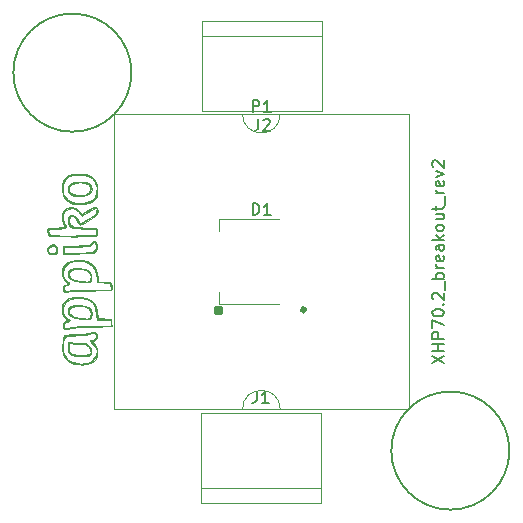
<source format=gto>
G04 #@! TF.GenerationSoftware,KiCad,Pcbnew,5.1.4-e60b266~84~ubuntu18.04.1*
G04 #@! TF.CreationDate,2019-08-23T19:18:19+05:30*
G04 #@! TF.ProjectId,XHP70.2_breakout_rev2,58485037-302e-4325-9f62-7265616b6f75,rev?*
G04 #@! TF.SameCoordinates,Original*
G04 #@! TF.FileFunction,Legend,Top*
G04 #@! TF.FilePolarity,Positive*
%FSLAX46Y46*%
G04 Gerber Fmt 4.6, Leading zero omitted, Abs format (unit mm)*
G04 Created by KiCad (PCBNEW 5.1.4-e60b266~84~ubuntu18.04.1) date 2019-08-23 19:18:19*
%MOMM*%
%LPD*%
G04 APERTURE LIST*
%ADD10C,0.150000*%
%ADD11C,0.010000*%
%ADD12C,0.120000*%
%ADD13C,0.300000*%
%ADD14C,0.400000*%
G04 APERTURE END LIST*
D10*
X44452380Y-38619047D02*
X45452380Y-37952380D01*
X44452380Y-37952380D02*
X45452380Y-38619047D01*
X45452380Y-37571428D02*
X44452380Y-37571428D01*
X44928571Y-37571428D02*
X44928571Y-37000000D01*
X45452380Y-37000000D02*
X44452380Y-37000000D01*
X45452380Y-36523809D02*
X44452380Y-36523809D01*
X44452380Y-36142857D01*
X44500000Y-36047619D01*
X44547619Y-36000000D01*
X44642857Y-35952380D01*
X44785714Y-35952380D01*
X44880952Y-36000000D01*
X44928571Y-36047619D01*
X44976190Y-36142857D01*
X44976190Y-36523809D01*
X44452380Y-35619047D02*
X44452380Y-34952380D01*
X45452380Y-35380952D01*
X44452380Y-34380952D02*
X44452380Y-34285714D01*
X44500000Y-34190476D01*
X44547619Y-34142857D01*
X44642857Y-34095238D01*
X44833333Y-34047619D01*
X45071428Y-34047619D01*
X45261904Y-34095238D01*
X45357142Y-34142857D01*
X45404761Y-34190476D01*
X45452380Y-34285714D01*
X45452380Y-34380952D01*
X45404761Y-34476190D01*
X45357142Y-34523809D01*
X45261904Y-34571428D01*
X45071428Y-34619047D01*
X44833333Y-34619047D01*
X44642857Y-34571428D01*
X44547619Y-34523809D01*
X44500000Y-34476190D01*
X44452380Y-34380952D01*
X45357142Y-33619047D02*
X45404761Y-33571428D01*
X45452380Y-33619047D01*
X45404761Y-33666666D01*
X45357142Y-33619047D01*
X45452380Y-33619047D01*
X44547619Y-33190476D02*
X44500000Y-33142857D01*
X44452380Y-33047619D01*
X44452380Y-32809523D01*
X44500000Y-32714285D01*
X44547619Y-32666666D01*
X44642857Y-32619047D01*
X44738095Y-32619047D01*
X44880952Y-32666666D01*
X45452380Y-33238095D01*
X45452380Y-32619047D01*
X45547619Y-32428571D02*
X45547619Y-31666666D01*
X45452380Y-31428571D02*
X44452380Y-31428571D01*
X44833333Y-31428571D02*
X44785714Y-31333333D01*
X44785714Y-31142857D01*
X44833333Y-31047619D01*
X44880952Y-31000000D01*
X44976190Y-30952380D01*
X45261904Y-30952380D01*
X45357142Y-31000000D01*
X45404761Y-31047619D01*
X45452380Y-31142857D01*
X45452380Y-31333333D01*
X45404761Y-31428571D01*
X45452380Y-30523809D02*
X44785714Y-30523809D01*
X44976190Y-30523809D02*
X44880952Y-30476190D01*
X44833333Y-30428571D01*
X44785714Y-30333333D01*
X44785714Y-30238095D01*
X45404761Y-29523809D02*
X45452380Y-29619047D01*
X45452380Y-29809523D01*
X45404761Y-29904761D01*
X45309523Y-29952380D01*
X44928571Y-29952380D01*
X44833333Y-29904761D01*
X44785714Y-29809523D01*
X44785714Y-29619047D01*
X44833333Y-29523809D01*
X44928571Y-29476190D01*
X45023809Y-29476190D01*
X45119047Y-29952380D01*
X45452380Y-28619047D02*
X44928571Y-28619047D01*
X44833333Y-28666666D01*
X44785714Y-28761904D01*
X44785714Y-28952380D01*
X44833333Y-29047619D01*
X45404761Y-28619047D02*
X45452380Y-28714285D01*
X45452380Y-28952380D01*
X45404761Y-29047619D01*
X45309523Y-29095238D01*
X45214285Y-29095238D01*
X45119047Y-29047619D01*
X45071428Y-28952380D01*
X45071428Y-28714285D01*
X45023809Y-28619047D01*
X45452380Y-28142857D02*
X44452380Y-28142857D01*
X45071428Y-28047619D02*
X45452380Y-27761904D01*
X44785714Y-27761904D02*
X45166666Y-28142857D01*
X45452380Y-27190476D02*
X45404761Y-27285714D01*
X45357142Y-27333333D01*
X45261904Y-27380952D01*
X44976190Y-27380952D01*
X44880952Y-27333333D01*
X44833333Y-27285714D01*
X44785714Y-27190476D01*
X44785714Y-27047619D01*
X44833333Y-26952380D01*
X44880952Y-26904761D01*
X44976190Y-26857142D01*
X45261904Y-26857142D01*
X45357142Y-26904761D01*
X45404761Y-26952380D01*
X45452380Y-27047619D01*
X45452380Y-27190476D01*
X44785714Y-26000000D02*
X45452380Y-26000000D01*
X44785714Y-26428571D02*
X45309523Y-26428571D01*
X45404761Y-26380952D01*
X45452380Y-26285714D01*
X45452380Y-26142857D01*
X45404761Y-26047619D01*
X45357142Y-26000000D01*
X44785714Y-25666666D02*
X44785714Y-25285714D01*
X44452380Y-25523809D02*
X45309523Y-25523809D01*
X45404761Y-25476190D01*
X45452380Y-25380952D01*
X45452380Y-25285714D01*
X45547619Y-25190476D02*
X45547619Y-24428571D01*
X45452380Y-24190476D02*
X44785714Y-24190476D01*
X44976190Y-24190476D02*
X44880952Y-24142857D01*
X44833333Y-24095238D01*
X44785714Y-24000000D01*
X44785714Y-23904761D01*
X45404761Y-23190476D02*
X45452380Y-23285714D01*
X45452380Y-23476190D01*
X45404761Y-23571428D01*
X45309523Y-23619047D01*
X44928571Y-23619047D01*
X44833333Y-23571428D01*
X44785714Y-23476190D01*
X44785714Y-23285714D01*
X44833333Y-23190476D01*
X44928571Y-23142857D01*
X45023809Y-23142857D01*
X45119047Y-23619047D01*
X44785714Y-22809523D02*
X45452380Y-22571428D01*
X44785714Y-22333333D01*
X44547619Y-22000000D02*
X44500000Y-21952380D01*
X44452380Y-21857142D01*
X44452380Y-21619047D01*
X44500000Y-21523809D01*
X44547619Y-21476190D01*
X44642857Y-21428571D01*
X44738095Y-21428571D01*
X44880952Y-21476190D01*
X45452380Y-22047619D01*
X45452380Y-21428571D01*
D11*
G36*
X13658463Y-23560086D02*
G01*
X13852763Y-23357113D01*
X14181929Y-23245494D01*
X14650323Y-23223211D01*
X14921177Y-23243168D01*
X15274849Y-23300167D01*
X15490187Y-23398223D01*
X15597392Y-23561960D01*
X15626665Y-23816004D01*
X15626666Y-23818416D01*
X15597706Y-24067738D01*
X15487341Y-24228688D01*
X15403257Y-24291147D01*
X15159845Y-24389524D01*
X14797548Y-24433722D01*
X14734842Y-24434999D01*
X14734842Y-24361538D01*
X15068279Y-24319734D01*
X15319898Y-24229573D01*
X15372013Y-24191592D01*
X15511168Y-23970440D01*
X15520994Y-23720016D01*
X15407981Y-23500629D01*
X15288000Y-23411013D01*
X14993662Y-23321563D01*
X14640937Y-23298040D01*
X14283199Y-23334262D01*
X13973820Y-23424047D01*
X13766173Y-23561213D01*
X13744129Y-23589842D01*
X13681894Y-23820062D01*
X13750836Y-24066466D01*
X13853428Y-24195310D01*
X14066437Y-24299475D01*
X14380568Y-24354835D01*
X14734842Y-24361538D01*
X14734842Y-24434999D01*
X14610666Y-24437530D01*
X14152512Y-24406617D01*
X13839505Y-24308740D01*
X13658167Y-24136188D01*
X13595016Y-23881251D01*
X13594666Y-23856430D01*
X13658463Y-23560086D01*
X13658463Y-23560086D01*
G37*
X13658463Y-23560086D02*
X13852763Y-23357113D01*
X14181929Y-23245494D01*
X14650323Y-23223211D01*
X14921177Y-23243168D01*
X15274849Y-23300167D01*
X15490187Y-23398223D01*
X15597392Y-23561960D01*
X15626665Y-23816004D01*
X15626666Y-23818416D01*
X15597706Y-24067738D01*
X15487341Y-24228688D01*
X15403257Y-24291147D01*
X15159845Y-24389524D01*
X14797548Y-24433722D01*
X14734842Y-24434999D01*
X14734842Y-24361538D01*
X15068279Y-24319734D01*
X15319898Y-24229573D01*
X15372013Y-24191592D01*
X15511168Y-23970440D01*
X15520994Y-23720016D01*
X15407981Y-23500629D01*
X15288000Y-23411013D01*
X14993662Y-23321563D01*
X14640937Y-23298040D01*
X14283199Y-23334262D01*
X13973820Y-23424047D01*
X13766173Y-23561213D01*
X13744129Y-23589842D01*
X13681894Y-23820062D01*
X13750836Y-24066466D01*
X13853428Y-24195310D01*
X14066437Y-24299475D01*
X14380568Y-24354835D01*
X14734842Y-24361538D01*
X14734842Y-24434999D01*
X14610666Y-24437530D01*
X14152512Y-24406617D01*
X13839505Y-24308740D01*
X13658167Y-24136188D01*
X13595016Y-23881251D01*
X13594666Y-23856430D01*
X13658463Y-23560086D01*
G36*
X15499666Y-36594667D02*
G01*
X15542000Y-36637000D01*
X15499666Y-36679334D01*
X15457333Y-36637000D01*
X15499666Y-36594667D01*
X15499666Y-36594667D01*
G37*
X15499666Y-36594667D02*
X15542000Y-36637000D01*
X15499666Y-36679334D01*
X15457333Y-36637000D01*
X15499666Y-36594667D01*
G36*
X14350601Y-36861410D02*
G01*
X14751466Y-36885343D01*
X15026898Y-36925785D01*
X15220634Y-36991848D01*
X15345434Y-37068705D01*
X15533283Y-37281655D01*
X15613810Y-37530276D01*
X15577293Y-37760933D01*
X15491027Y-37871879D01*
X15303570Y-37948452D01*
X15005368Y-37989769D01*
X14651085Y-37996827D01*
X14648876Y-37996665D01*
X14648876Y-37907000D01*
X15090250Y-37875807D01*
X15387726Y-37785977D01*
X15536079Y-37643132D01*
X15530084Y-37452896D01*
X15364515Y-37220893D01*
X15323562Y-37180926D01*
X15190314Y-37076285D01*
X15032203Y-37010410D01*
X14803410Y-36971733D01*
X14458115Y-36948687D01*
X14392229Y-36945812D01*
X13679333Y-36915957D01*
X13679333Y-37250190D01*
X13715288Y-37541785D01*
X13837970Y-37737607D01*
X14069603Y-37852713D01*
X14432413Y-37902159D01*
X14648876Y-37907000D01*
X14648876Y-37996665D01*
X14295386Y-37970618D01*
X13992933Y-37912138D01*
X13824132Y-37841549D01*
X13684334Y-37726779D01*
X13616137Y-37581971D01*
X13595311Y-37345890D01*
X13594666Y-37261625D01*
X13594666Y-36831819D01*
X14350601Y-36861410D01*
X14350601Y-36861410D01*
G37*
X14350601Y-36861410D02*
X14751466Y-36885343D01*
X15026898Y-36925785D01*
X15220634Y-36991848D01*
X15345434Y-37068705D01*
X15533283Y-37281655D01*
X15613810Y-37530276D01*
X15577293Y-37760933D01*
X15491027Y-37871879D01*
X15303570Y-37948452D01*
X15005368Y-37989769D01*
X14651085Y-37996827D01*
X14648876Y-37996665D01*
X14648876Y-37907000D01*
X15090250Y-37875807D01*
X15387726Y-37785977D01*
X15536079Y-37643132D01*
X15530084Y-37452896D01*
X15364515Y-37220893D01*
X15323562Y-37180926D01*
X15190314Y-37076285D01*
X15032203Y-37010410D01*
X14803410Y-36971733D01*
X14458115Y-36948687D01*
X14392229Y-36945812D01*
X13679333Y-36915957D01*
X13679333Y-37250190D01*
X13715288Y-37541785D01*
X13837970Y-37737607D01*
X14069603Y-37852713D01*
X14432413Y-37902159D01*
X14648876Y-37907000D01*
X14648876Y-37996665D01*
X14295386Y-37970618D01*
X13992933Y-37912138D01*
X13824132Y-37841549D01*
X13684334Y-37726779D01*
X13616137Y-37581971D01*
X13595311Y-37345890D01*
X13594666Y-37261625D01*
X13594666Y-36831819D01*
X14350601Y-36861410D01*
G36*
X13623056Y-30853795D02*
G01*
X13718209Y-30704012D01*
X13919772Y-30613331D01*
X14251006Y-30568726D01*
X14534753Y-30558450D01*
X14986984Y-30581752D01*
X15300606Y-30677153D01*
X15495997Y-30858471D01*
X15593535Y-31139526D01*
X15610026Y-31287604D01*
X15617054Y-31529309D01*
X15581119Y-31654766D01*
X15479230Y-31715878D01*
X15411998Y-31734653D01*
X15210205Y-31754044D01*
X15210205Y-31685091D01*
X15409306Y-31655567D01*
X15520795Y-31533616D01*
X15546307Y-31324834D01*
X15491354Y-31084883D01*
X15361450Y-30869423D01*
X15328048Y-30835187D01*
X15189431Y-30726574D01*
X15030682Y-30667000D01*
X14798943Y-30643908D01*
X14520573Y-30643336D01*
X14188865Y-30663218D01*
X13928945Y-30706593D01*
X13798910Y-30758827D01*
X13693344Y-30939587D01*
X13722626Y-31156937D01*
X13873691Y-31365029D01*
X13997309Y-31455099D01*
X14233179Y-31548817D01*
X14555742Y-31624322D01*
X14902313Y-31672713D01*
X15210205Y-31685091D01*
X15210205Y-31754044D01*
X15102126Y-31764431D01*
X14710408Y-31737653D01*
X14310796Y-31664094D01*
X13977246Y-31553528D01*
X13952215Y-31541715D01*
X13740879Y-31414318D01*
X13642550Y-31264703D01*
X13611052Y-31075705D01*
X13623056Y-30853795D01*
X13623056Y-30853795D01*
G37*
X13623056Y-30853795D02*
X13718209Y-30704012D01*
X13919772Y-30613331D01*
X14251006Y-30568726D01*
X14534753Y-30558450D01*
X14986984Y-30581752D01*
X15300606Y-30677153D01*
X15495997Y-30858471D01*
X15593535Y-31139526D01*
X15610026Y-31287604D01*
X15617054Y-31529309D01*
X15581119Y-31654766D01*
X15479230Y-31715878D01*
X15411998Y-31734653D01*
X15210205Y-31754044D01*
X15210205Y-31685091D01*
X15409306Y-31655567D01*
X15520795Y-31533616D01*
X15546307Y-31324834D01*
X15491354Y-31084883D01*
X15361450Y-30869423D01*
X15328048Y-30835187D01*
X15189431Y-30726574D01*
X15030682Y-30667000D01*
X14798943Y-30643908D01*
X14520573Y-30643336D01*
X14188865Y-30663218D01*
X13928945Y-30706593D01*
X13798910Y-30758827D01*
X13693344Y-30939587D01*
X13722626Y-31156937D01*
X13873691Y-31365029D01*
X13997309Y-31455099D01*
X14233179Y-31548817D01*
X14555742Y-31624322D01*
X14902313Y-31672713D01*
X15210205Y-31685091D01*
X15210205Y-31754044D01*
X15102126Y-31764431D01*
X14710408Y-31737653D01*
X14310796Y-31664094D01*
X13977246Y-31553528D01*
X13952215Y-31541715D01*
X13740879Y-31414318D01*
X13642550Y-31264703D01*
X13611052Y-31075705D01*
X13623056Y-30853795D01*
G36*
X13617084Y-33992282D02*
G01*
X13698254Y-33849011D01*
X13884192Y-33754848D01*
X14204529Y-33686082D01*
X14278019Y-33674681D01*
X14649421Y-33661349D01*
X15024137Y-33717102D01*
X15339884Y-33828576D01*
X15495856Y-33935952D01*
X15586849Y-34119289D01*
X15626207Y-34403845D01*
X15626666Y-34440102D01*
X15614709Y-34677928D01*
X15560668Y-34800330D01*
X15437289Y-34860569D01*
X15407471Y-34868456D01*
X15210246Y-34887193D01*
X15210246Y-34817768D01*
X15409306Y-34788234D01*
X15513887Y-34668367D01*
X15544904Y-34459060D01*
X15505703Y-34221733D01*
X15399631Y-34017804D01*
X15365340Y-33981347D01*
X15156292Y-33849801D01*
X14899067Y-33762440D01*
X14895670Y-33761795D01*
X14599095Y-33737946D01*
X14276782Y-33759543D01*
X13987823Y-33817719D01*
X13791310Y-33903603D01*
X13760228Y-33932211D01*
X13685842Y-34137165D01*
X13754490Y-34360003D01*
X13950901Y-34558507D01*
X13997309Y-34587619D01*
X14233164Y-34681406D01*
X14555736Y-34756966D01*
X14902328Y-34805389D01*
X15210246Y-34817768D01*
X15210246Y-34887193D01*
X15101595Y-34897516D01*
X14713186Y-34870718D01*
X14315795Y-34797870D01*
X13982971Y-34688781D01*
X13952215Y-34674382D01*
X13740879Y-34546985D01*
X13642550Y-34397370D01*
X13611052Y-34208371D01*
X13617084Y-33992282D01*
X13617084Y-33992282D01*
G37*
X13617084Y-33992282D02*
X13698254Y-33849011D01*
X13884192Y-33754848D01*
X14204529Y-33686082D01*
X14278019Y-33674681D01*
X14649421Y-33661349D01*
X15024137Y-33717102D01*
X15339884Y-33828576D01*
X15495856Y-33935952D01*
X15586849Y-34119289D01*
X15626207Y-34403845D01*
X15626666Y-34440102D01*
X15614709Y-34677928D01*
X15560668Y-34800330D01*
X15437289Y-34860569D01*
X15407471Y-34868456D01*
X15210246Y-34887193D01*
X15210246Y-34817768D01*
X15409306Y-34788234D01*
X15513887Y-34668367D01*
X15544904Y-34459060D01*
X15505703Y-34221733D01*
X15399631Y-34017804D01*
X15365340Y-33981347D01*
X15156292Y-33849801D01*
X14899067Y-33762440D01*
X14895670Y-33761795D01*
X14599095Y-33737946D01*
X14276782Y-33759543D01*
X13987823Y-33817719D01*
X13791310Y-33903603D01*
X13760228Y-33932211D01*
X13685842Y-34137165D01*
X13754490Y-34360003D01*
X13950901Y-34558507D01*
X13997309Y-34587619D01*
X14233164Y-34681406D01*
X14555736Y-34756966D01*
X14902328Y-34805389D01*
X15210246Y-34817768D01*
X15210246Y-34887193D01*
X15101595Y-34897516D01*
X14713186Y-34870718D01*
X14315795Y-34797870D01*
X13982971Y-34688781D01*
X13952215Y-34674382D01*
X13740879Y-34546985D01*
X13642550Y-34397370D01*
X13611052Y-34208371D01*
X13617084Y-33992282D01*
G36*
X11942142Y-28726448D02*
G01*
X12118140Y-28574103D01*
X12354459Y-28542253D01*
X12550787Y-28616978D01*
X12661064Y-28770765D01*
X12707644Y-28999456D01*
X12675667Y-29215820D01*
X12658598Y-29249834D01*
X12507120Y-29360102D01*
X12289455Y-29393345D01*
X12289455Y-29289827D01*
X12491151Y-29257497D01*
X12537432Y-29227755D01*
X12647992Y-29090909D01*
X12635250Y-28927498D01*
X12575687Y-28799768D01*
X12429488Y-28662832D01*
X12243329Y-28645516D01*
X12067228Y-28723991D01*
X11951205Y-28874427D01*
X11945280Y-29072998D01*
X11953309Y-29096265D01*
X12082632Y-29229883D01*
X12289455Y-29289827D01*
X12289455Y-29393345D01*
X12277018Y-29395245D01*
X12045148Y-29347219D01*
X11993055Y-29319486D01*
X11908676Y-29187829D01*
X11873115Y-28976921D01*
X11873111Y-28974667D01*
X11942142Y-28726448D01*
X11942142Y-28726448D01*
G37*
X11942142Y-28726448D02*
X12118140Y-28574103D01*
X12354459Y-28542253D01*
X12550787Y-28616978D01*
X12661064Y-28770765D01*
X12707644Y-28999456D01*
X12675667Y-29215820D01*
X12658598Y-29249834D01*
X12507120Y-29360102D01*
X12289455Y-29393345D01*
X12289455Y-29289827D01*
X12491151Y-29257497D01*
X12537432Y-29227755D01*
X12647992Y-29090909D01*
X12635250Y-28927498D01*
X12575687Y-28799768D01*
X12429488Y-28662832D01*
X12243329Y-28645516D01*
X12067228Y-28723991D01*
X11951205Y-28874427D01*
X11945280Y-29072998D01*
X11953309Y-29096265D01*
X12082632Y-29229883D01*
X12289455Y-29289827D01*
X12289455Y-29393345D01*
X12277018Y-29395245D01*
X12045148Y-29347219D01*
X11993055Y-29319486D01*
X11908676Y-29187829D01*
X11873115Y-28976921D01*
X11873111Y-28974667D01*
X11942142Y-28726448D01*
G36*
X13132087Y-23390214D02*
G01*
X13272309Y-23022458D01*
X13534729Y-22763150D01*
X13926219Y-22606121D01*
X14453651Y-22545199D01*
X14586780Y-22544067D01*
X15143920Y-22597593D01*
X15568687Y-22753056D01*
X15867985Y-23016081D01*
X16048714Y-23392291D01*
X16113180Y-23787696D01*
X16113141Y-24153459D01*
X16048197Y-24432187D01*
X15982087Y-24572000D01*
X15746204Y-24837057D01*
X15399741Y-25022077D01*
X14981828Y-25126144D01*
X14836863Y-25133290D01*
X14836863Y-25064627D01*
X15259482Y-24981773D01*
X15621745Y-24804154D01*
X15875900Y-24542977D01*
X16016791Y-24182592D01*
X16041553Y-23769403D01*
X15949901Y-23374108D01*
X15881124Y-23237727D01*
X15624090Y-22924268D01*
X15293046Y-22728453D01*
X14858684Y-22636424D01*
X14585295Y-22624984D01*
X14105782Y-22658185D01*
X13747441Y-22768149D01*
X13473922Y-22969509D01*
X13347341Y-23123293D01*
X13207985Y-23447114D01*
X13170919Y-23839054D01*
X13236373Y-24232113D01*
X13342732Y-24471090D01*
X13606823Y-24755947D01*
X13970538Y-24950579D01*
X14393883Y-25053851D01*
X14836863Y-25064627D01*
X14836863Y-25133290D01*
X14531599Y-25148340D01*
X14088184Y-25087748D01*
X13690715Y-24943452D01*
X13378325Y-24714534D01*
X13311013Y-24634589D01*
X13181410Y-24364682D01*
X13114168Y-23972814D01*
X13107191Y-23872589D01*
X13132087Y-23390214D01*
X13132087Y-23390214D01*
G37*
X13132087Y-23390214D02*
X13272309Y-23022458D01*
X13534729Y-22763150D01*
X13926219Y-22606121D01*
X14453651Y-22545199D01*
X14586780Y-22544067D01*
X15143920Y-22597593D01*
X15568687Y-22753056D01*
X15867985Y-23016081D01*
X16048714Y-23392291D01*
X16113180Y-23787696D01*
X16113141Y-24153459D01*
X16048197Y-24432187D01*
X15982087Y-24572000D01*
X15746204Y-24837057D01*
X15399741Y-25022077D01*
X14981828Y-25126144D01*
X14836863Y-25133290D01*
X14836863Y-25064627D01*
X15259482Y-24981773D01*
X15621745Y-24804154D01*
X15875900Y-24542977D01*
X16016791Y-24182592D01*
X16041553Y-23769403D01*
X15949901Y-23374108D01*
X15881124Y-23237727D01*
X15624090Y-22924268D01*
X15293046Y-22728453D01*
X14858684Y-22636424D01*
X14585295Y-22624984D01*
X14105782Y-22658185D01*
X13747441Y-22768149D01*
X13473922Y-22969509D01*
X13347341Y-23123293D01*
X13207985Y-23447114D01*
X13170919Y-23839054D01*
X13236373Y-24232113D01*
X13342732Y-24471090D01*
X13606823Y-24755947D01*
X13970538Y-24950579D01*
X14393883Y-25053851D01*
X14836863Y-25064627D01*
X14836863Y-25133290D01*
X14531599Y-25148340D01*
X14088184Y-25087748D01*
X13690715Y-24943452D01*
X13378325Y-24714534D01*
X13311013Y-24634589D01*
X13181410Y-24364682D01*
X13114168Y-23972814D01*
X13107191Y-23872589D01*
X13132087Y-23390214D01*
G36*
X11891961Y-27217834D02*
G01*
X11953894Y-27162944D01*
X12140048Y-27129013D01*
X12468542Y-27113573D01*
X12669380Y-27112000D01*
X13028763Y-27109347D01*
X13244376Y-27097930D01*
X13341746Y-27072560D01*
X13346397Y-27028051D01*
X13307706Y-26982279D01*
X13180091Y-26759320D01*
X13109324Y-26437794D01*
X13107148Y-26082349D01*
X13123534Y-25968360D01*
X13257072Y-25665713D01*
X13514254Y-25468810D01*
X13877784Y-25389531D01*
X13967030Y-25388965D01*
X14216060Y-25421987D01*
X14407949Y-25531775D01*
X14569601Y-25698207D01*
X14829145Y-25998455D01*
X15361776Y-25659806D01*
X15635318Y-25501362D01*
X15864659Y-25396383D01*
X16005113Y-25364896D01*
X16014537Y-25367255D01*
X16103915Y-25480809D01*
X16131033Y-25683266D01*
X16094415Y-25905481D01*
X16028833Y-26037445D01*
X15904301Y-26149695D01*
X15680265Y-26306731D01*
X15401349Y-26482041D01*
X15112183Y-26649114D01*
X14857391Y-26781439D01*
X14681602Y-26852504D01*
X14647583Y-26858000D01*
X14539288Y-26788378D01*
X14420647Y-26617286D01*
X14402997Y-26582049D01*
X14233584Y-26317575D01*
X14044063Y-26166885D01*
X13864315Y-26149588D01*
X13799698Y-26186173D01*
X13688498Y-26375950D01*
X13696069Y-26617298D01*
X13814146Y-26849831D01*
X13902418Y-26936522D01*
X14020828Y-27014495D01*
X14163418Y-27065553D01*
X14366900Y-27095171D01*
X14667985Y-27108826D01*
X15078692Y-27112000D01*
X15504929Y-27115744D01*
X15790572Y-27129517D01*
X15964248Y-27157138D01*
X16054583Y-27202421D01*
X16083274Y-27245925D01*
X16124982Y-27546775D01*
X16078593Y-27768167D01*
X16022134Y-27803997D01*
X15874817Y-27831369D01*
X15620907Y-27851104D01*
X15244669Y-27864023D01*
X14730367Y-27870947D01*
X14074444Y-27872704D01*
X13610324Y-27870266D01*
X13610324Y-27789345D01*
X14001231Y-27789334D01*
X14557747Y-27786801D01*
X15056986Y-27779701D01*
X15474249Y-27768780D01*
X15784836Y-27754785D01*
X15964048Y-27738462D01*
X15997442Y-27729002D01*
X16034526Y-27607075D01*
X16032720Y-27453836D01*
X16017286Y-27363605D01*
X15976744Y-27301692D01*
X15882392Y-27261090D01*
X15705528Y-27234793D01*
X15417453Y-27215795D01*
X14989464Y-27197091D01*
X14979173Y-27196667D01*
X14460113Y-27166602D01*
X14087157Y-27118140D01*
X13837221Y-27039819D01*
X13687218Y-26920176D01*
X13614062Y-26747746D01*
X13594667Y-26511066D01*
X13594666Y-26509190D01*
X13651063Y-26241647D01*
X13795253Y-26088831D01*
X13989730Y-26051566D01*
X14196991Y-26130672D01*
X14379533Y-26326973D01*
X14457664Y-26490282D01*
X14540829Y-26677451D01*
X14612698Y-26770918D01*
X14621607Y-26773334D01*
X14725387Y-26732087D01*
X14928859Y-26625170D01*
X15188851Y-26477816D01*
X15462189Y-26315257D01*
X15705701Y-26162729D01*
X15876214Y-26045463D01*
X15901833Y-26025072D01*
X15983462Y-25898243D01*
X16039187Y-25713568D01*
X16058013Y-25535309D01*
X16028944Y-25427730D01*
X16005591Y-25418667D01*
X15917640Y-25460719D01*
X15725960Y-25571836D01*
X15469226Y-25729460D01*
X15424942Y-25757334D01*
X15155550Y-25921071D01*
X14938434Y-26041295D01*
X14815369Y-26095078D01*
X14807939Y-26096000D01*
X14709582Y-26033849D01*
X14568696Y-25880160D01*
X14536241Y-25837745D01*
X14261820Y-25568950D01*
X13960537Y-25460980D01*
X13660393Y-25511179D01*
X13373005Y-25711282D01*
X13208000Y-26002428D01*
X13173540Y-26350656D01*
X13277782Y-26722001D01*
X13341284Y-26839375D01*
X13426075Y-26990130D01*
X13445969Y-27090385D01*
X13378374Y-27151960D01*
X13200701Y-27186670D01*
X12890359Y-27206333D01*
X12621000Y-27216164D01*
X12284601Y-27230949D01*
X12084852Y-27253697D01*
X11989079Y-27294036D01*
X11964605Y-27361596D01*
X11968855Y-27408334D01*
X11988046Y-27529274D01*
X12018828Y-27621477D01*
X12081976Y-27688840D01*
X12198264Y-27735256D01*
X12388469Y-27764620D01*
X12673363Y-27780826D01*
X13073724Y-27787770D01*
X13610324Y-27789345D01*
X13610324Y-27870266D01*
X13511499Y-27869746D01*
X13003251Y-27862159D01*
X12574829Y-27850718D01*
X12251363Y-27836197D01*
X12057985Y-27819373D01*
X12015835Y-27809204D01*
X11934420Y-27674803D01*
X11890780Y-27437177D01*
X11891961Y-27217834D01*
X11891961Y-27217834D01*
G37*
X11891961Y-27217834D02*
X11953894Y-27162944D01*
X12140048Y-27129013D01*
X12468542Y-27113573D01*
X12669380Y-27112000D01*
X13028763Y-27109347D01*
X13244376Y-27097930D01*
X13341746Y-27072560D01*
X13346397Y-27028051D01*
X13307706Y-26982279D01*
X13180091Y-26759320D01*
X13109324Y-26437794D01*
X13107148Y-26082349D01*
X13123534Y-25968360D01*
X13257072Y-25665713D01*
X13514254Y-25468810D01*
X13877784Y-25389531D01*
X13967030Y-25388965D01*
X14216060Y-25421987D01*
X14407949Y-25531775D01*
X14569601Y-25698207D01*
X14829145Y-25998455D01*
X15361776Y-25659806D01*
X15635318Y-25501362D01*
X15864659Y-25396383D01*
X16005113Y-25364896D01*
X16014537Y-25367255D01*
X16103915Y-25480809D01*
X16131033Y-25683266D01*
X16094415Y-25905481D01*
X16028833Y-26037445D01*
X15904301Y-26149695D01*
X15680265Y-26306731D01*
X15401349Y-26482041D01*
X15112183Y-26649114D01*
X14857391Y-26781439D01*
X14681602Y-26852504D01*
X14647583Y-26858000D01*
X14539288Y-26788378D01*
X14420647Y-26617286D01*
X14402997Y-26582049D01*
X14233584Y-26317575D01*
X14044063Y-26166885D01*
X13864315Y-26149588D01*
X13799698Y-26186173D01*
X13688498Y-26375950D01*
X13696069Y-26617298D01*
X13814146Y-26849831D01*
X13902418Y-26936522D01*
X14020828Y-27014495D01*
X14163418Y-27065553D01*
X14366900Y-27095171D01*
X14667985Y-27108826D01*
X15078692Y-27112000D01*
X15504929Y-27115744D01*
X15790572Y-27129517D01*
X15964248Y-27157138D01*
X16054583Y-27202421D01*
X16083274Y-27245925D01*
X16124982Y-27546775D01*
X16078593Y-27768167D01*
X16022134Y-27803997D01*
X15874817Y-27831369D01*
X15620907Y-27851104D01*
X15244669Y-27864023D01*
X14730367Y-27870947D01*
X14074444Y-27872704D01*
X13610324Y-27870266D01*
X13610324Y-27789345D01*
X14001231Y-27789334D01*
X14557747Y-27786801D01*
X15056986Y-27779701D01*
X15474249Y-27768780D01*
X15784836Y-27754785D01*
X15964048Y-27738462D01*
X15997442Y-27729002D01*
X16034526Y-27607075D01*
X16032720Y-27453836D01*
X16017286Y-27363605D01*
X15976744Y-27301692D01*
X15882392Y-27261090D01*
X15705528Y-27234793D01*
X15417453Y-27215795D01*
X14989464Y-27197091D01*
X14979173Y-27196667D01*
X14460113Y-27166602D01*
X14087157Y-27118140D01*
X13837221Y-27039819D01*
X13687218Y-26920176D01*
X13614062Y-26747746D01*
X13594667Y-26511066D01*
X13594666Y-26509190D01*
X13651063Y-26241647D01*
X13795253Y-26088831D01*
X13989730Y-26051566D01*
X14196991Y-26130672D01*
X14379533Y-26326973D01*
X14457664Y-26490282D01*
X14540829Y-26677451D01*
X14612698Y-26770918D01*
X14621607Y-26773334D01*
X14725387Y-26732087D01*
X14928859Y-26625170D01*
X15188851Y-26477816D01*
X15462189Y-26315257D01*
X15705701Y-26162729D01*
X15876214Y-26045463D01*
X15901833Y-26025072D01*
X15983462Y-25898243D01*
X16039187Y-25713568D01*
X16058013Y-25535309D01*
X16028944Y-25427730D01*
X16005591Y-25418667D01*
X15917640Y-25460719D01*
X15725960Y-25571836D01*
X15469226Y-25729460D01*
X15424942Y-25757334D01*
X15155550Y-25921071D01*
X14938434Y-26041295D01*
X14815369Y-26095078D01*
X14807939Y-26096000D01*
X14709582Y-26033849D01*
X14568696Y-25880160D01*
X14536241Y-25837745D01*
X14261820Y-25568950D01*
X13960537Y-25460980D01*
X13660393Y-25511179D01*
X13373005Y-25711282D01*
X13208000Y-26002428D01*
X13173540Y-26350656D01*
X13277782Y-26722001D01*
X13341284Y-26839375D01*
X13426075Y-26990130D01*
X13445969Y-27090385D01*
X13378374Y-27151960D01*
X13200701Y-27186670D01*
X12890359Y-27206333D01*
X12621000Y-27216164D01*
X12284601Y-27230949D01*
X12084852Y-27253697D01*
X11989079Y-27294036D01*
X11964605Y-27361596D01*
X11968855Y-27408334D01*
X11988046Y-27529274D01*
X12018828Y-27621477D01*
X12081976Y-27688840D01*
X12198264Y-27735256D01*
X12388469Y-27764620D01*
X12673363Y-27780826D01*
X13073724Y-27787770D01*
X13610324Y-27789345D01*
X13610324Y-27870266D01*
X13511499Y-27869746D01*
X13003251Y-27862159D01*
X12574829Y-27850718D01*
X12251363Y-27836197D01*
X12057985Y-27819373D01*
X12015835Y-27809204D01*
X11934420Y-27674803D01*
X11890780Y-27437177D01*
X11891961Y-27217834D01*
G36*
X14322259Y-28636000D02*
G01*
X14785675Y-28634283D01*
X15107064Y-28626667D01*
X15313718Y-28609458D01*
X15432929Y-28578963D01*
X15491990Y-28531486D01*
X15515420Y-28474495D01*
X15628961Y-28316174D01*
X15813746Y-28266436D01*
X15998227Y-28342849D01*
X16009156Y-28353252D01*
X16118665Y-28572908D01*
X16103090Y-28849586D01*
X16033494Y-29017000D01*
X15917891Y-29179600D01*
X15845569Y-29248537D01*
X15732526Y-29270260D01*
X15482002Y-29288851D01*
X15125838Y-29302849D01*
X14695878Y-29310793D01*
X14462500Y-29312037D01*
X13256000Y-29313248D01*
X13256000Y-29228667D01*
X14480368Y-29228667D01*
X14962157Y-29227126D01*
X15304184Y-29219889D01*
X15536008Y-29203034D01*
X15687190Y-29172641D01*
X15787292Y-29124789D01*
X15865874Y-29055556D01*
X15877368Y-29043369D01*
X16018985Y-28807708D01*
X16038933Y-28568606D01*
X15955016Y-28405550D01*
X15811157Y-28347602D01*
X15675378Y-28398724D01*
X15626666Y-28509000D01*
X15602742Y-28590642D01*
X15515698Y-28648809D01*
X15342625Y-28687179D01*
X15060615Y-28709427D01*
X14646759Y-28719229D01*
X14307408Y-28720667D01*
X13256000Y-28720667D01*
X13256000Y-29228667D01*
X13256000Y-29313248D01*
X13171333Y-29313334D01*
X13171333Y-28636000D01*
X14322259Y-28636000D01*
X14322259Y-28636000D01*
G37*
X14322259Y-28636000D02*
X14785675Y-28634283D01*
X15107064Y-28626667D01*
X15313718Y-28609458D01*
X15432929Y-28578963D01*
X15491990Y-28531486D01*
X15515420Y-28474495D01*
X15628961Y-28316174D01*
X15813746Y-28266436D01*
X15998227Y-28342849D01*
X16009156Y-28353252D01*
X16118665Y-28572908D01*
X16103090Y-28849586D01*
X16033494Y-29017000D01*
X15917891Y-29179600D01*
X15845569Y-29248537D01*
X15732526Y-29270260D01*
X15482002Y-29288851D01*
X15125838Y-29302849D01*
X14695878Y-29310793D01*
X14462500Y-29312037D01*
X13256000Y-29313248D01*
X13256000Y-29228667D01*
X14480368Y-29228667D01*
X14962157Y-29227126D01*
X15304184Y-29219889D01*
X15536008Y-29203034D01*
X15687190Y-29172641D01*
X15787292Y-29124789D01*
X15865874Y-29055556D01*
X15877368Y-29043369D01*
X16018985Y-28807708D01*
X16038933Y-28568606D01*
X15955016Y-28405550D01*
X15811157Y-28347602D01*
X15675378Y-28398724D01*
X15626666Y-28509000D01*
X15602742Y-28590642D01*
X15515698Y-28648809D01*
X15342625Y-28687179D01*
X15060615Y-28709427D01*
X14646759Y-28719229D01*
X14307408Y-28720667D01*
X13256000Y-28720667D01*
X13256000Y-29228667D01*
X13256000Y-29313248D01*
X13171333Y-29313334D01*
X13171333Y-28636000D01*
X14322259Y-28636000D01*
G36*
X13165652Y-36660265D02*
G01*
X13178349Y-36598835D01*
X13270031Y-36171334D01*
X14130849Y-36169314D01*
X14622143Y-36160190D01*
X15007442Y-36130058D01*
X15349593Y-36070799D01*
X15711442Y-35974293D01*
X15764087Y-35958318D01*
X15897253Y-35949238D01*
X15987486Y-36049348D01*
X16041940Y-36184608D01*
X16085938Y-36412425D01*
X16009474Y-36570349D01*
X15789728Y-36701605D01*
X15762826Y-36713295D01*
X15736996Y-36786801D01*
X15813838Y-36871415D01*
X15995608Y-37113503D01*
X16103983Y-37446538D01*
X16123687Y-37802417D01*
X16074601Y-38034000D01*
X15877254Y-38333459D01*
X15545827Y-38552053D01*
X15099818Y-38680241D01*
X14690505Y-38711334D01*
X14669725Y-38709129D01*
X14669725Y-38626667D01*
X15025512Y-38605265D01*
X15326862Y-38548591D01*
X15454062Y-38501359D01*
X15780143Y-38257991D01*
X15982187Y-37947376D01*
X16046658Y-37603659D01*
X15960025Y-37260986D01*
X15951896Y-37245268D01*
X15809800Y-37051251D01*
X15701443Y-36952184D01*
X15604631Y-36816275D01*
X15616194Y-36674359D01*
X15726155Y-36596499D01*
X15752358Y-36594667D01*
X15913449Y-36524983D01*
X15984889Y-36355501D01*
X15962258Y-36203171D01*
X15913156Y-36102613D01*
X15835978Y-36063830D01*
X15684105Y-36081091D01*
X15445557Y-36139671D01*
X15153957Y-36192235D01*
X14761573Y-36232439D01*
X14336844Y-36254000D01*
X14177940Y-36256000D01*
X13776898Y-36258008D01*
X13513228Y-36282414D01*
X13355047Y-36356791D01*
X13270472Y-36508713D01*
X13227619Y-36765753D01*
X13198952Y-37102667D01*
X13181854Y-37422514D01*
X13202409Y-37638907D01*
X13272441Y-37815743D01*
X13355257Y-37947319D01*
X13666238Y-38308443D01*
X14024162Y-38525772D01*
X14467850Y-38619368D01*
X14669725Y-38626667D01*
X14669725Y-38709129D01*
X14125540Y-38651377D01*
X13681488Y-38473893D01*
X13360912Y-38182461D01*
X13166372Y-37780659D01*
X13100432Y-37272068D01*
X13165652Y-36660265D01*
X13165652Y-36660265D01*
G37*
X13165652Y-36660265D02*
X13178349Y-36598835D01*
X13270031Y-36171334D01*
X14130849Y-36169314D01*
X14622143Y-36160190D01*
X15007442Y-36130058D01*
X15349593Y-36070799D01*
X15711442Y-35974293D01*
X15764087Y-35958318D01*
X15897253Y-35949238D01*
X15987486Y-36049348D01*
X16041940Y-36184608D01*
X16085938Y-36412425D01*
X16009474Y-36570349D01*
X15789728Y-36701605D01*
X15762826Y-36713295D01*
X15736996Y-36786801D01*
X15813838Y-36871415D01*
X15995608Y-37113503D01*
X16103983Y-37446538D01*
X16123687Y-37802417D01*
X16074601Y-38034000D01*
X15877254Y-38333459D01*
X15545827Y-38552053D01*
X15099818Y-38680241D01*
X14690505Y-38711334D01*
X14669725Y-38709129D01*
X14669725Y-38626667D01*
X15025512Y-38605265D01*
X15326862Y-38548591D01*
X15454062Y-38501359D01*
X15780143Y-38257991D01*
X15982187Y-37947376D01*
X16046658Y-37603659D01*
X15960025Y-37260986D01*
X15951896Y-37245268D01*
X15809800Y-37051251D01*
X15701443Y-36952184D01*
X15604631Y-36816275D01*
X15616194Y-36674359D01*
X15726155Y-36596499D01*
X15752358Y-36594667D01*
X15913449Y-36524983D01*
X15984889Y-36355501D01*
X15962258Y-36203171D01*
X15913156Y-36102613D01*
X15835978Y-36063830D01*
X15684105Y-36081091D01*
X15445557Y-36139671D01*
X15153957Y-36192235D01*
X14761573Y-36232439D01*
X14336844Y-36254000D01*
X14177940Y-36256000D01*
X13776898Y-36258008D01*
X13513228Y-36282414D01*
X13355047Y-36356791D01*
X13270472Y-36508713D01*
X13227619Y-36765753D01*
X13198952Y-37102667D01*
X13181854Y-37422514D01*
X13202409Y-37638907D01*
X13272441Y-37815743D01*
X13355257Y-37947319D01*
X13666238Y-38308443D01*
X14024162Y-38525772D01*
X14467850Y-38619368D01*
X14669725Y-38626667D01*
X14669725Y-38709129D01*
X14125540Y-38651377D01*
X13681488Y-38473893D01*
X13360912Y-38182461D01*
X13166372Y-37780659D01*
X13100432Y-37272068D01*
X13165652Y-36660265D01*
G36*
X13119334Y-30686363D02*
G01*
X13244541Y-30359545D01*
X13494522Y-30109949D01*
X13856601Y-29938550D01*
X14289756Y-29851249D01*
X14752959Y-29853946D01*
X15205188Y-29952543D01*
X15426405Y-30045707D01*
X15738578Y-30291832D01*
X15976559Y-30651317D01*
X16112918Y-31074775D01*
X16134666Y-31320940D01*
X16134666Y-31684000D01*
X16675941Y-31684000D01*
X16993653Y-31694732D01*
X17177634Y-31732133D01*
X17262430Y-31804008D01*
X17268608Y-31817925D01*
X17313002Y-32026203D01*
X17312081Y-32243867D01*
X17266593Y-32386315D01*
X17263555Y-32389556D01*
X17164957Y-32407212D01*
X16924291Y-32422610D01*
X16568816Y-32434823D01*
X16125791Y-32442927D01*
X15622476Y-32445996D01*
X15601211Y-32446000D01*
X14983107Y-32451617D01*
X14452427Y-32467668D01*
X14032767Y-32492955D01*
X13747722Y-32526279D01*
X13667443Y-32544232D01*
X13431856Y-32605265D01*
X13419274Y-32603315D01*
X13419274Y-32506927D01*
X13571598Y-32492734D01*
X13682875Y-32457453D01*
X13876637Y-32421612D01*
X14219474Y-32393205D01*
X14691246Y-32373242D01*
X15271817Y-32362731D01*
X15602331Y-32361334D01*
X17246062Y-32361334D01*
X17193000Y-31811000D01*
X16050000Y-31760930D01*
X16050000Y-31375428D01*
X16017284Y-31059684D01*
X15936063Y-30756666D01*
X15909767Y-30694407D01*
X15678846Y-30366266D01*
X15361737Y-30130771D01*
X14987571Y-29985258D01*
X14585478Y-29927064D01*
X14184591Y-29953525D01*
X13814041Y-30061977D01*
X13502958Y-30249756D01*
X13280473Y-30514199D01*
X13175719Y-30852640D01*
X13171333Y-30944819D01*
X13218942Y-31199722D01*
X13338872Y-31443623D01*
X13496775Y-31622711D01*
X13643145Y-31684000D01*
X13741956Y-31725155D01*
X13719869Y-31822803D01*
X13596012Y-31938219D01*
X13488833Y-31996398D01*
X13298486Y-32130165D01*
X13270201Y-32301469D01*
X13332871Y-32436286D01*
X13419274Y-32506927D01*
X13419274Y-32603315D01*
X13306565Y-32585839D01*
X13241080Y-32458614D01*
X13204323Y-32293452D01*
X13185987Y-32099297D01*
X13258653Y-31995086D01*
X13377738Y-31940001D01*
X13604593Y-31853751D01*
X13377090Y-31658060D01*
X13191077Y-31396520D01*
X13103121Y-31052662D01*
X13119334Y-30686363D01*
X13119334Y-30686363D01*
G37*
X13119334Y-30686363D02*
X13244541Y-30359545D01*
X13494522Y-30109949D01*
X13856601Y-29938550D01*
X14289756Y-29851249D01*
X14752959Y-29853946D01*
X15205188Y-29952543D01*
X15426405Y-30045707D01*
X15738578Y-30291832D01*
X15976559Y-30651317D01*
X16112918Y-31074775D01*
X16134666Y-31320940D01*
X16134666Y-31684000D01*
X16675941Y-31684000D01*
X16993653Y-31694732D01*
X17177634Y-31732133D01*
X17262430Y-31804008D01*
X17268608Y-31817925D01*
X17313002Y-32026203D01*
X17312081Y-32243867D01*
X17266593Y-32386315D01*
X17263555Y-32389556D01*
X17164957Y-32407212D01*
X16924291Y-32422610D01*
X16568816Y-32434823D01*
X16125791Y-32442927D01*
X15622476Y-32445996D01*
X15601211Y-32446000D01*
X14983107Y-32451617D01*
X14452427Y-32467668D01*
X14032767Y-32492955D01*
X13747722Y-32526279D01*
X13667443Y-32544232D01*
X13431856Y-32605265D01*
X13419274Y-32603315D01*
X13419274Y-32506927D01*
X13571598Y-32492734D01*
X13682875Y-32457453D01*
X13876637Y-32421612D01*
X14219474Y-32393205D01*
X14691246Y-32373242D01*
X15271817Y-32362731D01*
X15602331Y-32361334D01*
X17246062Y-32361334D01*
X17193000Y-31811000D01*
X16050000Y-31760930D01*
X16050000Y-31375428D01*
X16017284Y-31059684D01*
X15936063Y-30756666D01*
X15909767Y-30694407D01*
X15678846Y-30366266D01*
X15361737Y-30130771D01*
X14987571Y-29985258D01*
X14585478Y-29927064D01*
X14184591Y-29953525D01*
X13814041Y-30061977D01*
X13502958Y-30249756D01*
X13280473Y-30514199D01*
X13175719Y-30852640D01*
X13171333Y-30944819D01*
X13218942Y-31199722D01*
X13338872Y-31443623D01*
X13496775Y-31622711D01*
X13643145Y-31684000D01*
X13741956Y-31725155D01*
X13719869Y-31822803D01*
X13596012Y-31938219D01*
X13488833Y-31996398D01*
X13298486Y-32130165D01*
X13270201Y-32301469D01*
X13332871Y-32436286D01*
X13419274Y-32506927D01*
X13419274Y-32603315D01*
X13306565Y-32585839D01*
X13241080Y-32458614D01*
X13204323Y-32293452D01*
X13185987Y-32099297D01*
X13258653Y-31995086D01*
X13377738Y-31940001D01*
X13604593Y-31853751D01*
X13377090Y-31658060D01*
X13191077Y-31396520D01*
X13103121Y-31052662D01*
X13119334Y-30686363D01*
G36*
X13144874Y-33696943D02*
G01*
X13288619Y-33410377D01*
X13372266Y-33322757D01*
X13745163Y-33100470D01*
X14192238Y-32984087D01*
X14669854Y-32970307D01*
X15134375Y-33055828D01*
X15542165Y-33237348D01*
X15848469Y-33510098D01*
X16009092Y-33797887D01*
X16096601Y-34167708D01*
X16111521Y-34302053D01*
X16157530Y-34809452D01*
X17277666Y-34859000D01*
X17303294Y-35165596D01*
X17328921Y-35472191D01*
X15652294Y-35517524D01*
X15039233Y-35539356D01*
X14505597Y-35568746D01*
X14075940Y-35603821D01*
X13774818Y-35642708D01*
X13658238Y-35669612D01*
X13427318Y-35736771D01*
X13386464Y-35730155D01*
X13386464Y-35629603D01*
X13539328Y-35625088D01*
X14018337Y-35523899D01*
X14657711Y-35454524D01*
X15451398Y-35417494D01*
X15986500Y-35411036D01*
X17235333Y-35409334D01*
X17235333Y-34901334D01*
X16070352Y-34901334D01*
X16034737Y-34408964D01*
X15936120Y-33914365D01*
X15716053Y-33533857D01*
X15367743Y-33256919D01*
X15254042Y-33199994D01*
X14763304Y-33055217D01*
X14270812Y-33050761D01*
X13815715Y-33181812D01*
X13461075Y-33420399D01*
X13269418Y-33633463D01*
X13185721Y-33838400D01*
X13171333Y-34032080D01*
X13217032Y-34314643D01*
X13334102Y-34572712D01*
X13492501Y-34756333D01*
X13643145Y-34816667D01*
X13750030Y-34884575D01*
X13764000Y-34943667D01*
X13694107Y-35048709D01*
X13605033Y-35070667D01*
X13400976Y-35141514D01*
X13291463Y-35316928D01*
X13299500Y-35497678D01*
X13386464Y-35629603D01*
X13386464Y-35730155D01*
X13304386Y-35716862D01*
X13238879Y-35582275D01*
X13203340Y-35421203D01*
X13183419Y-35226375D01*
X13255564Y-35120669D01*
X13408185Y-35051223D01*
X13577468Y-34980843D01*
X13601979Y-34931786D01*
X13496274Y-34868029D01*
X13484562Y-34862178D01*
X13269777Y-34668620D01*
X13139122Y-34376362D01*
X13096264Y-34035704D01*
X13144874Y-33696943D01*
X13144874Y-33696943D01*
G37*
X13144874Y-33696943D02*
X13288619Y-33410377D01*
X13372266Y-33322757D01*
X13745163Y-33100470D01*
X14192238Y-32984087D01*
X14669854Y-32970307D01*
X15134375Y-33055828D01*
X15542165Y-33237348D01*
X15848469Y-33510098D01*
X16009092Y-33797887D01*
X16096601Y-34167708D01*
X16111521Y-34302053D01*
X16157530Y-34809452D01*
X17277666Y-34859000D01*
X17303294Y-35165596D01*
X17328921Y-35472191D01*
X15652294Y-35517524D01*
X15039233Y-35539356D01*
X14505597Y-35568746D01*
X14075940Y-35603821D01*
X13774818Y-35642708D01*
X13658238Y-35669612D01*
X13427318Y-35736771D01*
X13386464Y-35730155D01*
X13386464Y-35629603D01*
X13539328Y-35625088D01*
X14018337Y-35523899D01*
X14657711Y-35454524D01*
X15451398Y-35417494D01*
X15986500Y-35411036D01*
X17235333Y-35409334D01*
X17235333Y-34901334D01*
X16070352Y-34901334D01*
X16034737Y-34408964D01*
X15936120Y-33914365D01*
X15716053Y-33533857D01*
X15367743Y-33256919D01*
X15254042Y-33199994D01*
X14763304Y-33055217D01*
X14270812Y-33050761D01*
X13815715Y-33181812D01*
X13461075Y-33420399D01*
X13269418Y-33633463D01*
X13185721Y-33838400D01*
X13171333Y-34032080D01*
X13217032Y-34314643D01*
X13334102Y-34572712D01*
X13492501Y-34756333D01*
X13643145Y-34816667D01*
X13750030Y-34884575D01*
X13764000Y-34943667D01*
X13694107Y-35048709D01*
X13605033Y-35070667D01*
X13400976Y-35141514D01*
X13291463Y-35316928D01*
X13299500Y-35497678D01*
X13386464Y-35629603D01*
X13386464Y-35730155D01*
X13304386Y-35716862D01*
X13238879Y-35582275D01*
X13203340Y-35421203D01*
X13183419Y-35226375D01*
X13255564Y-35120669D01*
X13408185Y-35051223D01*
X13577468Y-34980843D01*
X13601979Y-34931786D01*
X13496274Y-34868029D01*
X13484562Y-34862178D01*
X13269777Y-34668620D01*
X13139122Y-34376362D01*
X13096264Y-34035704D01*
X13144874Y-33696943D01*
D12*
X26400000Y-26400000D02*
X26400000Y-27400000D01*
X31500000Y-26400000D02*
X26400000Y-26400000D01*
X26400000Y-33600000D02*
X26400000Y-32600000D01*
X31500000Y-33600000D02*
X26400000Y-33600000D01*
D13*
G36*
X26190000Y-33937000D02*
G01*
X26190000Y-34318000D01*
X26571000Y-34318000D01*
X26571000Y-33937000D01*
X26317000Y-33937000D01*
X26190000Y-33937000D01*
G37*
X26190000Y-33937000D02*
X26190000Y-34318000D01*
X26571000Y-34318000D01*
X26571000Y-33937000D01*
X26317000Y-33937000D01*
X26190000Y-33937000D01*
D14*
X33683000Y-34064000D02*
G75*
G03X33683000Y-34064000I-127000J0D01*
G01*
D12*
X35020000Y-49140000D02*
X24860000Y-49140000D01*
X35020000Y-50410000D02*
X35020000Y-42790000D01*
X35020000Y-42790000D02*
X24860000Y-42790000D01*
X24860000Y-42790000D02*
X24860000Y-50410000D01*
X24860000Y-50410000D02*
X35020000Y-50410000D01*
X35140000Y-9590000D02*
X24980000Y-9590000D01*
X35140000Y-17210000D02*
X35140000Y-9590000D01*
X24980000Y-17210000D02*
X35140000Y-17210000D01*
X24980000Y-9590000D02*
X24980000Y-17210000D01*
X24980000Y-10860000D02*
X35140000Y-10860000D01*
D10*
X19000000Y-14000000D02*
G75*
G03X19000000Y-14000000I-5000000J0D01*
G01*
X51000000Y-46000000D02*
G75*
G03X51000000Y-46000000I-5000000J0D01*
G01*
D12*
X17500000Y-42500000D02*
X42500000Y-42500000D01*
X42500000Y-42500000D02*
X42500000Y-17500000D01*
X17500000Y-42500000D02*
X17500000Y-17500000D01*
X17500000Y-17500000D02*
X42500000Y-17500000D01*
X28400000Y-17500000D02*
G75*
G03X31600000Y-17500000I1600000J0D01*
G01*
X28400000Y-42500000D02*
G75*
G02X31600000Y-42500000I1600000J0D01*
G01*
D10*
X29261904Y-26052380D02*
X29261904Y-25052380D01*
X29500000Y-25052380D01*
X29642857Y-25100000D01*
X29738095Y-25195238D01*
X29785714Y-25290476D01*
X29833333Y-25480952D01*
X29833333Y-25623809D01*
X29785714Y-25814285D01*
X29738095Y-25909523D01*
X29642857Y-26004761D01*
X29500000Y-26052380D01*
X29261904Y-26052380D01*
X30785714Y-26052380D02*
X30214285Y-26052380D01*
X30500000Y-26052380D02*
X30500000Y-25052380D01*
X30404761Y-25195238D01*
X30309523Y-25290476D01*
X30214285Y-25338095D01*
X29606666Y-40972380D02*
X29606666Y-41686666D01*
X29559047Y-41829523D01*
X29463809Y-41924761D01*
X29320952Y-41972380D01*
X29225714Y-41972380D01*
X30606666Y-41972380D02*
X30035238Y-41972380D01*
X30320952Y-41972380D02*
X30320952Y-40972380D01*
X30225714Y-41115238D01*
X30130476Y-41210476D01*
X30035238Y-41258095D01*
X29726666Y-17932380D02*
X29726666Y-18646666D01*
X29679047Y-18789523D01*
X29583809Y-18884761D01*
X29440952Y-18932380D01*
X29345714Y-18932380D01*
X30155238Y-18027619D02*
X30202857Y-17980000D01*
X30298095Y-17932380D01*
X30536190Y-17932380D01*
X30631428Y-17980000D01*
X30679047Y-18027619D01*
X30726666Y-18122857D01*
X30726666Y-18218095D01*
X30679047Y-18360952D01*
X30107619Y-18932380D01*
X30726666Y-18932380D01*
X29261904Y-17327380D02*
X29261904Y-16327380D01*
X29642857Y-16327380D01*
X29738095Y-16375000D01*
X29785714Y-16422619D01*
X29833333Y-16517857D01*
X29833333Y-16660714D01*
X29785714Y-16755952D01*
X29738095Y-16803571D01*
X29642857Y-16851190D01*
X29261904Y-16851190D01*
X30785714Y-17327380D02*
X30214285Y-17327380D01*
X30500000Y-17327380D02*
X30500000Y-16327380D01*
X30404761Y-16470238D01*
X30309523Y-16565476D01*
X30214285Y-16613095D01*
M02*

</source>
